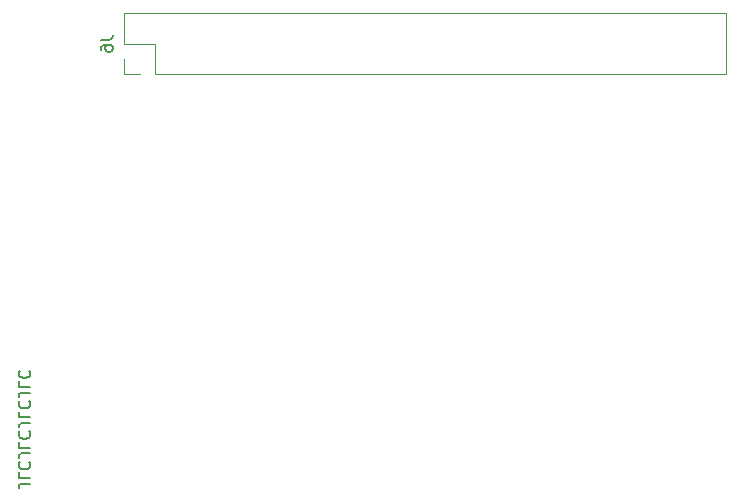
<source format=gbr>
%TF.GenerationSoftware,KiCad,Pcbnew,(6.0.9-dirty)*%
%TF.CreationDate,2022-12-30T08:50:27-06:00*%
%TF.ProjectId,parthiv_pcb_v2,70617274-6869-4765-9f70-63625f76322e,rev?*%
%TF.SameCoordinates,Original*%
%TF.FileFunction,Legend,Bot*%
%TF.FilePolarity,Positive*%
%FSLAX46Y46*%
G04 Gerber Fmt 4.6, Leading zero omitted, Abs format (unit mm)*
G04 Created by KiCad (PCBNEW (6.0.9-dirty)) date 2022-12-30 08:50:27*
%MOMM*%
%LPD*%
G01*
G04 APERTURE LIST*
%ADD10C,0.150000*%
%ADD11C,0.120000*%
%ADD12R,1.700000X1.700000*%
%ADD13O,1.700000X1.700000*%
%ADD14C,1.450000*%
%ADD15O,1.900000X1.200000*%
G04 APERTURE END LIST*
D10*
X107557819Y-129968047D02*
X106843533Y-129968047D01*
X106700676Y-130015666D01*
X106605438Y-130110904D01*
X106557819Y-130253761D01*
X106557819Y-130349000D01*
X106557819Y-129015666D02*
X106557819Y-129491857D01*
X107557819Y-129491857D01*
X106653057Y-128110904D02*
X106605438Y-128158523D01*
X106557819Y-128301380D01*
X106557819Y-128396619D01*
X106605438Y-128539476D01*
X106700676Y-128634714D01*
X106795914Y-128682333D01*
X106986390Y-128729952D01*
X107129247Y-128729952D01*
X107319723Y-128682333D01*
X107414961Y-128634714D01*
X107510200Y-128539476D01*
X107557819Y-128396619D01*
X107557819Y-128301380D01*
X107510200Y-128158523D01*
X107462580Y-128110904D01*
X107557819Y-127396619D02*
X106843533Y-127396619D01*
X106700676Y-127444238D01*
X106605438Y-127539476D01*
X106557819Y-127682333D01*
X106557819Y-127777571D01*
X106557819Y-126444238D02*
X106557819Y-126920428D01*
X107557819Y-126920428D01*
X106653057Y-125539476D02*
X106605438Y-125587095D01*
X106557819Y-125729952D01*
X106557819Y-125825190D01*
X106605438Y-125968047D01*
X106700676Y-126063285D01*
X106795914Y-126110904D01*
X106986390Y-126158523D01*
X107129247Y-126158523D01*
X107319723Y-126110904D01*
X107414961Y-126063285D01*
X107510200Y-125968047D01*
X107557819Y-125825190D01*
X107557819Y-125729952D01*
X107510200Y-125587095D01*
X107462580Y-125539476D01*
X107557819Y-124825190D02*
X106843533Y-124825190D01*
X106700676Y-124872809D01*
X106605438Y-124968047D01*
X106557819Y-125110904D01*
X106557819Y-125206142D01*
X106557819Y-123872809D02*
X106557819Y-124349000D01*
X107557819Y-124349000D01*
X106653057Y-122968047D02*
X106605438Y-123015666D01*
X106557819Y-123158523D01*
X106557819Y-123253761D01*
X106605438Y-123396619D01*
X106700676Y-123491857D01*
X106795914Y-123539476D01*
X106986390Y-123587095D01*
X107129247Y-123587095D01*
X107319723Y-123539476D01*
X107414961Y-123491857D01*
X107510200Y-123396619D01*
X107557819Y-123253761D01*
X107557819Y-123158523D01*
X107510200Y-123015666D01*
X107462580Y-122968047D01*
X107557819Y-122253761D02*
X106843533Y-122253761D01*
X106700676Y-122301380D01*
X106605438Y-122396619D01*
X106557819Y-122539476D01*
X106557819Y-122634714D01*
X106557819Y-121301380D02*
X106557819Y-121777571D01*
X107557819Y-121777571D01*
X106653057Y-120396619D02*
X106605438Y-120444238D01*
X106557819Y-120587095D01*
X106557819Y-120682333D01*
X106605438Y-120825190D01*
X106700676Y-120920428D01*
X106795914Y-120968047D01*
X106986390Y-121015666D01*
X107129247Y-121015666D01*
X107319723Y-120968047D01*
X107414961Y-120920428D01*
X107510200Y-120825190D01*
X107557819Y-120682333D01*
X107557819Y-120587095D01*
X107510200Y-120444238D01*
X107462580Y-120396619D01*
%TO.C,J6*%
X113522380Y-92376666D02*
X114236666Y-92376666D01*
X114379523Y-92329047D01*
X114474761Y-92233809D01*
X114522380Y-92090952D01*
X114522380Y-91995714D01*
X113522380Y-93281428D02*
X113522380Y-93090952D01*
X113570000Y-92995714D01*
X113617619Y-92948095D01*
X113760476Y-92852857D01*
X113950952Y-92805238D01*
X114331904Y-92805238D01*
X114427142Y-92852857D01*
X114474761Y-92900476D01*
X114522380Y-92995714D01*
X114522380Y-93186190D01*
X114474761Y-93281428D01*
X114427142Y-93329047D01*
X114331904Y-93376666D01*
X114093809Y-93376666D01*
X113998571Y-93329047D01*
X113950952Y-93281428D01*
X113903333Y-93186190D01*
X113903333Y-92995714D01*
X113950952Y-92900476D01*
X113998571Y-92852857D01*
X114093809Y-92805238D01*
D11*
X115510000Y-92710000D02*
X118110000Y-92710000D01*
X115510000Y-90110000D02*
X115510000Y-92710000D01*
X118110000Y-92710000D02*
X118110000Y-95310000D01*
X115510000Y-90110000D02*
X166430000Y-90110000D01*
X115510000Y-95310000D02*
X116840000Y-95310000D01*
X118110000Y-95310000D02*
X166430000Y-95310000D01*
X166430000Y-90110000D02*
X166430000Y-95310000D01*
X115510000Y-93980000D02*
X115510000Y-95310000D01*
%TD*%
%LPC*%
D12*
%TO.C,U3*%
X157430666Y-113766000D03*
D13*
X157430666Y-111226000D03*
X154890666Y-113766000D03*
X154890666Y-111226000D03*
X152350666Y-113766000D03*
X152350666Y-111226000D03*
X149810666Y-113766000D03*
X149810666Y-111226000D03*
%TD*%
D12*
%TO.C,J4*%
X125222000Y-129794000D03*
D13*
X125222000Y-127254000D03*
X125222000Y-124714000D03*
X125222000Y-122174000D03*
X125222000Y-119634000D03*
X125222000Y-117094000D03*
X125222000Y-114554000D03*
X125222000Y-112014000D03*
%TD*%
D14*
%TO.C,J3*%
X107716500Y-113244000D03*
D15*
X105016500Y-107244000D03*
X105016500Y-114244000D03*
D14*
X107716500Y-108244000D03*
%TD*%
D12*
%TO.C,U2*%
X140100000Y-113766000D03*
D13*
X140100000Y-111226000D03*
X137560000Y-113766000D03*
X137560000Y-111226000D03*
X135020000Y-113766000D03*
X135020000Y-111226000D03*
X132480000Y-113766000D03*
X132480000Y-111226000D03*
%TD*%
D12*
%TO.C,J5*%
X165404800Y-129997200D03*
D13*
X165404800Y-127457200D03*
X165404800Y-124917200D03*
X165404800Y-122377200D03*
%TD*%
D12*
%TO.C,J6*%
X116840000Y-93980000D03*
D13*
X116840000Y-91440000D03*
X119380000Y-93980000D03*
X119380000Y-91440000D03*
X121920000Y-93980000D03*
X121920000Y-91440000D03*
X124460000Y-93980000D03*
X124460000Y-91440000D03*
X127000000Y-93980000D03*
X127000000Y-91440000D03*
X129540000Y-93980000D03*
X129540000Y-91440000D03*
X132080000Y-93980000D03*
X132080000Y-91440000D03*
X134620000Y-93980000D03*
X134620000Y-91440000D03*
X137160000Y-93980000D03*
X137160000Y-91440000D03*
X139700000Y-93980000D03*
X139700000Y-91440000D03*
X142240000Y-93980000D03*
X142240000Y-91440000D03*
X144780000Y-93980000D03*
X144780000Y-91440000D03*
X147320000Y-93980000D03*
X147320000Y-91440000D03*
X149860000Y-93980000D03*
X149860000Y-91440000D03*
X152400000Y-93980000D03*
X152400000Y-91440000D03*
X154940000Y-93980000D03*
X154940000Y-91440000D03*
X157480000Y-93980000D03*
X157480000Y-91440000D03*
X160020000Y-93980000D03*
X160020000Y-91440000D03*
X162560000Y-93980000D03*
X162560000Y-91440000D03*
X165100000Y-93980000D03*
X165100000Y-91440000D03*
%TD*%
M02*

</source>
